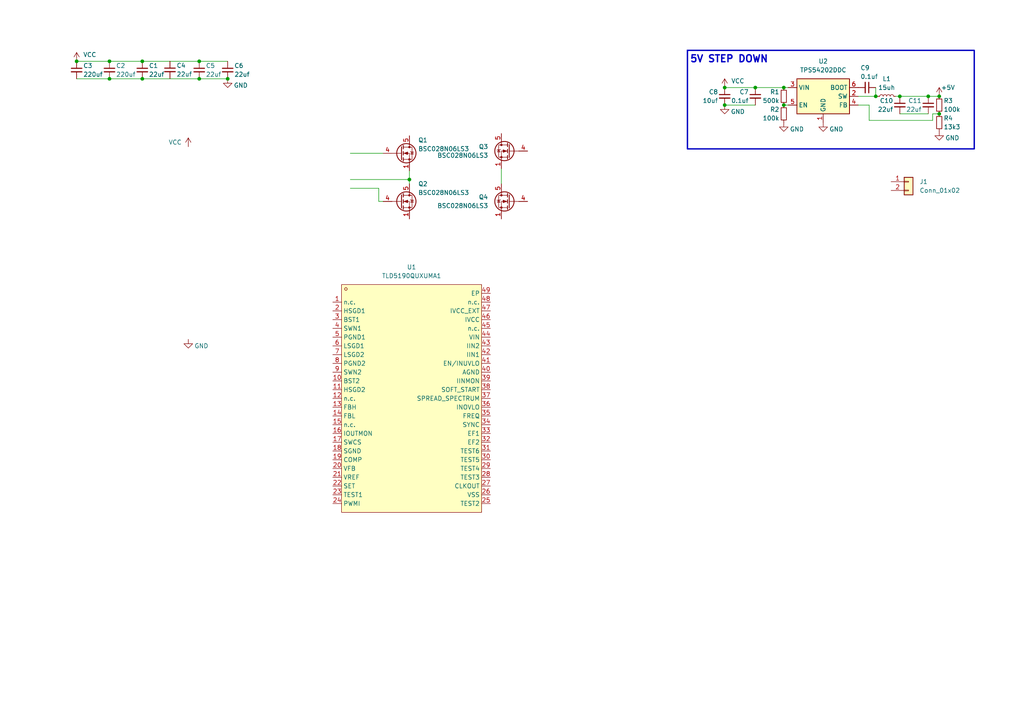
<source format=kicad_sch>
(kicad_sch (version 20230121) (generator eeschema)
  (paper "A4")
  (lib_symbols
    (symbol "C2679175:TLD5190QUXUMA1"
      (property "Reference" "U" (at 0 35.56 0))
      (property "Value" "TLD5190QUXUMA1" (at 0 -35.56 0))
      (symbol "TLD5190QUXUMA1_0_1"
        (rectangle (start -20.32 33.02) (end 20.32 -33.02) (fill (type background)))
        (circle (center -19.05 31.75) (radius 0.38))
        (pin unspecified line (at -22.86 27.94 0) (length 2.54) (name "n.c.") (number "1"))
        (pin unspecified line (at -22.86 5.08 0) (length 2.54) (name "BST2") (number "10"))
        (pin unspecified line (at -22.86 2.54 0) (length 2.54) (name "HSGD2") (number "11"))
        (pin unspecified line (at -22.86 0 0) (length 2.54) (name "n.c.") (number "12"))
        (pin unspecified line (at -22.86 -2.54 0) (length 2.54) (name "FBH") (number "13"))
        (pin unspecified line (at -22.86 -5.08 0) (length 2.54) (name "FBL") (number "14"))
        (pin unspecified line (at -22.86 -7.62 0) (length 2.54) (name "n.c.") (number "15"))
        (pin unspecified line (at -22.86 -10.16 0) (length 2.54) (name "IOUTMON") (number "16"))
        (pin unspecified line (at -22.86 -12.7 0) (length 2.54) (name "SWCS") (number "17"))
        (pin unspecified line (at -22.86 -15.24 0) (length 2.54) (name "SGND") (number "18"))
        (pin unspecified line (at -22.86 -17.78 0) (length 2.54) (name "COMP") (number "19"))
        (pin unspecified line (at -22.86 25.4 0) (length 2.54) (name "HSGD1") (number "2"))
        (pin unspecified line (at -22.86 -20.32 0) (length 2.54) (name "VFB") (number "20"))
        (pin unspecified line (at -22.86 -22.86 0) (length 2.54) (name "VREF") (number "21"))
        (pin unspecified line (at -22.86 -25.4 0) (length 2.54) (name "SET") (number "22"))
        (pin unspecified line (at -22.86 -27.94 0) (length 2.54) (name "TEST1") (number "23"))
        (pin unspecified line (at -22.86 -30.48 0) (length 2.54) (name "PWMI") (number "24"))
        (pin unspecified line (at 22.86 -30.48 180) (length 2.54) (name "TEST2") (number "25"))
        (pin unspecified line (at 22.86 -27.94 180) (length 2.54) (name "VSS") (number "26"))
        (pin unspecified line (at 22.86 -25.4 180) (length 2.54) (name "CLKOUT") (number "27"))
        (pin unspecified line (at 22.86 -22.86 180) (length 2.54) (name "TEST3") (number "28"))
        (pin unspecified line (at 22.86 -20.32 180) (length 2.54) (name "TEST4") (number "29"))
        (pin unspecified line (at -22.86 22.86 0) (length 2.54) (name "BST1") (number "3"))
        (pin unspecified line (at 22.86 -17.78 180) (length 2.54) (name "TEST5") (number "30"))
        (pin unspecified line (at 22.86 -15.24 180) (length 2.54) (name "TEST6") (number "31"))
        (pin unspecified line (at 22.86 -12.7 180) (length 2.54) (name "EF2") (number "32"))
        (pin unspecified line (at 22.86 -10.16 180) (length 2.54) (name "EF1") (number "33"))
        (pin unspecified line (at 22.86 -7.62 180) (length 2.54) (name "SYNC") (number "34"))
        (pin unspecified line (at 22.86 -5.08 180) (length 2.54) (name "FREQ") (number "35"))
        (pin unspecified line (at 22.86 -2.54 180) (length 2.54) (name "INOVLO") (number "36"))
        (pin unspecified line (at 22.86 0 180) (length 2.54) (name "SPREAD_SPECTRUM") (number "37"))
        (pin unspecified line (at 22.86 2.54 180) (length 2.54) (name "SOFT_START") (number "38"))
        (pin unspecified line (at 22.86 5.08 180) (length 2.54) (name "IINMON") (number "39"))
        (pin unspecified line (at -22.86 20.32 0) (length 2.54) (name "SWN1") (number "4"))
        (pin unspecified line (at 22.86 7.62 180) (length 2.54) (name "AGND") (number "40"))
        (pin unspecified line (at 22.86 10.16 180) (length 2.54) (name "EN/INUVLO") (number "41"))
        (pin unspecified line (at 22.86 12.7 180) (length 2.54) (name "IIN1") (number "42"))
        (pin unspecified line (at 22.86 15.24 180) (length 2.54) (name "IIN2") (number "43"))
        (pin unspecified line (at 22.86 17.78 180) (length 2.54) (name "VIN") (number "44"))
        (pin unspecified line (at 22.86 20.32 180) (length 2.54) (name "n.c.") (number "45"))
        (pin unspecified line (at 22.86 22.86 180) (length 2.54) (name "IVCC") (number "46"))
        (pin unspecified line (at 22.86 25.4 180) (length 2.54) (name "IVCC_EXT") (number "47"))
        (pin unspecified line (at 22.86 27.94 180) (length 2.54) (name "n.c.") (number "48"))
        (pin unspecified line (at 22.86 30.48 180) (length 2.54) (name "EP") (number "49"))
        (pin unspecified line (at -22.86 17.78 0) (length 2.54) (name "PGND1") (number "5"))
        (pin unspecified line (at -22.86 15.24 0) (length 2.54) (name "LSGD1") (number "6"))
        (pin unspecified line (at -22.86 12.7 0) (length 2.54) (name "LSGD2") (number "7"))
        (pin unspecified line (at -22.86 10.16 0) (length 2.54) (name "PGND2") (number "8"))
        (pin unspecified line (at -22.86 7.62 0) (length 2.54) (name "SWN2") (number "9"))
      )
    )
    (symbol "Connector_Generic:Conn_01x02" (pin_names (offset 1.016) hide)
      (property "Reference" "J" (at 0 2.54 0))
      (property "Value" "Conn_01x02" (at 0 -5.08 0))
      (symbol "Conn_01x02_1_1"
        (rectangle (start -1.27 -2.413) (end 0 -2.667) (stroke (width 0.1524)))
        (rectangle (start -1.27 0.127) (end 0 -0.127) (stroke (width 0.1524)))
        (rectangle (start -1.27 1.27) (end 1.27 -3.81) (stroke (width 0.254)) (fill (type background)))
        (pin passive line (at -5.08 0 0) (length 3.81) (name "Pin_1") (number "1"))
        (pin passive line (at -5.08 -2.54 0) (length 3.81) (name "Pin_2") (number "2"))
      )
    )
    (symbol "Device:C_Small" (pin_numbers hide) (pin_names (offset 0.254) hide)
      (property "Reference" "C" (at 0.254 1.778 0))
      (property "Value" "C_Small" (at 0.254 -2.032 0))
      (symbol "C_Small_0_1"
        (polyline (pts (xy -1.524 -0.508) (xy 1.524 -0.508)) (stroke (width 0.3302)))
        (polyline (pts (xy -1.524 0.508) (xy 1.524 0.508)) (stroke (width 0.3048)))
      )
      (symbol "C_Small_1_1"
        (pin passive line (at 0 2.54 270) (length 2.032) (name "~") (number "1"))
        (pin passive line (at 0 -2.54 90) (length 2.032) (name "~") (number "2"))
      )
    )
    (symbol "Device:L_Small" (pin_numbers hide) (pin_names (offset 0.254) hide)
      (property "Reference" "L" (at 0.762 1.016 0))
      (property "Value" "L_Small" (at 0.762 -1.016 0))
      (symbol "L_Small_0_1"
        (arc (start 0 -2.032) (mid 0.5058 -1.524) (end 0 -1.016))
        (arc (start 0 -1.016) (mid 0.5058 -0.508) (end 0 0))
        (arc (start 0 0) (mid 0.5058 0.508) (end 0 1.016))
        (arc (start 0 1.016) (mid 0.5058 1.524) (end 0 2.032))
      )
      (symbol "L_Small_1_1"
        (pin passive line (at 0 2.54 270) (length 0.508) (name "~") (number "1"))
        (pin passive line (at 0 -2.54 90) (length 0.508) (name "~") (number "2"))
      )
    )
    (symbol "Device:R_Small" (pin_numbers hide) (pin_names (offset 0.254) hide)
      (property "Reference" "R" (at 0.762 0.508 0))
      (property "Value" "R_Small" (at 0.762 -1.016 0))
      (symbol "R_Small_0_1"
        (rectangle (start -0.762 1.778) (end 0.762 -1.778) (stroke (width 0.2032)))
      )
      (symbol "R_Small_1_1"
        (pin passive line (at 0 2.54 270) (length 0.762) (name "~") (number "1"))
        (pin passive line (at 0 -2.54 90) (length 0.762) (name "~") (number "2"))
      )
    )
    (symbol "Regulator_Switching:TPS54202DDC"
      (property "Reference" "U" (at -7.62 6.35 0))
      (property "Value" "TPS54202DDC" (at 0 6.35 0))
      (symbol "TPS54202DDC_0_1"
        (rectangle (start -7.62 5.08) (end 7.62 -5.08) (stroke (width 0.254)) (fill (type background)))
      )
      (symbol "TPS54202DDC_1_1"
        (pin power_in line (at 0 -7.62 90) (length 2.54) (name "GND") (number "1"))
        (pin power_out line (at 10.16 0 180) (length 2.54) (name "SW") (number "2"))
        (pin power_in line (at -10.16 2.54 0) (length 2.54) (name "VIN") (number "3"))
        (pin input line (at 10.16 -2.54 180) (length 2.54) (name "FB") (number "4"))
        (pin input line (at -10.16 -2.54 0) (length 2.54) (name "EN") (number "5"))
        (pin passive line (at 10.16 2.54 180) (length 2.54) (name "BOOT") (number "6"))
      )
    )
    (symbol "Transistor_FET:BSC028N06LS3" (pin_names hide)
      (property "Reference" "Q" (at 5.08 1.905 0))
      (property "Value" "BSC028N06LS3" (at 5.08 0 0))
      (symbol "BSC028N06LS3_0_1"
        (polyline (pts (xy 0.254 0) (xy -2.54 0)))
        (polyline (pts (xy 0.254 1.905) (xy 0.254 -1.905)) (stroke (width 0.254)))
        (polyline (pts (xy 0.762 -1.27) (xy 0.762 -2.286)) (stroke (width 0.254)))
        (polyline (pts (xy 0.762 0.508) (xy 0.762 -0.508)) (stroke (width 0.254)))
        (polyline (pts (xy 0.762 2.286) (xy 0.762 1.27)) (stroke (width 0.254)))
        (polyline (pts (xy 2.54 2.54) (xy 2.54 1.778)))
        (polyline (pts (xy 2.54 -2.54) (xy 2.54 0) (xy 0.762 0)))
        (polyline (pts (xy 0.762 -1.778) (xy 3.302 -1.778) (xy 3.302 1.778) (xy 0.762 1.778)))
        (polyline (pts (xy 1.016 0) (xy 2.032 0.381) (xy 2.032 -0.381) (xy 1.016 0)) (fill (type outline)))
        (polyline (pts (xy 2.794 0.508) (xy 2.921 0.381) (xy 3.683 0.381) (xy 3.81 0.254)))
        (polyline (pts (xy 3.302 0.381) (xy 2.921 -0.254) (xy 3.683 -0.254) (xy 3.302 0.381)))
        (circle (center 1.651 0) (radius 2.794) (stroke (width 0.254)))
        (circle (center 2.54 -1.778) (radius 0.254) (fill (type outline)))
        (circle (center 2.54 1.778) (radius 0.254) (fill (type outline)))
      )
      (symbol "BSC028N06LS3_1_1"
        (pin passive line (at 2.54 -5.08 90) (length 2.54) (name "S") (number "1"))
        (pin passive line (at 2.54 -5.08 90) (length 2.54) hide (name "S") (number "2"))
        (pin passive line (at 2.54 -5.08 90) (length 2.54) hide (name "S") (number "3"))
        (pin passive line (at -5.08 0 0) (length 2.54) (name "G") (number "4"))
        (pin passive line (at 2.54 5.08 270) (length 2.54) (name "D") (number "5"))
      )
    )
    (symbol "power:+5V" (power) (pin_names (offset 0))
      (property "Value" "+5V" (at 0 3.556 0))
      (symbol "+5V_0_1"
        (polyline (pts (xy -0.762 1.27) (xy 0 2.54)))
        (polyline (pts (xy 0 0) (xy 0 2.54)))
        (polyline (pts (xy 0 2.54) (xy 0.762 1.27)))
      )
      (symbol "+5V_1_1"
        (pin power_in line (at 0 0 90) (length 0) hide (name "+5V") (number "1"))
      )
    )
    (symbol "power:GND" (power) (pin_names (offset 0))
      (property "Value" "GND" (at 0 -3.81 0))
      (symbol "GND_0_1"
        (polyline (pts (xy 0 0) (xy 0 -1.27) (xy 1.27 -1.27) (xy 0 -2.54) (xy -1.27 -1.27) (xy 0 -1.27)))
      )
      (symbol "GND_1_1"
        (pin power_in line (at 0 0 270) (length 0) hide (name "GND") (number "1"))
      )
    )
    (symbol "power:VCC" (power) (pin_names (offset 0))
      (property "Value" "VCC" (at 0 3.81 0))
      (symbol "VCC_0_1"
        (polyline (pts (xy -0.762 1.27) (xy 0 2.54)))
        (polyline (pts (xy 0 0) (xy 0 2.54)))
        (polyline (pts (xy 0 2.54) (xy 0.762 1.27)))
      )
      (symbol "VCC_1_1"
        (pin power_in line (at 0 0 90) (length 0) hide (name "VCC") (number "1"))
      )
    )
  )
  (junction (at 31.75 22.86))
  (junction (at 219.075 25.4))
  (junction (at 210.185 25.4))
  (junction (at 260.985 27.94))
  (junction (at 57.785 17.78))
  (junction (at 272.415 33.02))
  (junction (at 66.04 22.86))
  (junction (at 227.33 25.4))
  (junction (at 272.415 27.94))
  (junction (at 118.745 52.07))
  (junction (at 227.33 30.48))
  (junction (at 22.225 17.78))
  (junction (at 210.185 30.48))
  (junction (at 254 27.94))
  (junction (at 269.24 27.94))
  (junction (at 41.275 22.86))
  (junction (at 57.785 22.86))
  (junction (at 41.275 17.78))
  (junction (at 31.75 17.78))
  (wire (pts (xy 259.715 27.94) (xy 260.985 27.94)))
  (wire (pts (xy 210.185 30.48) (xy 219.075 30.48)))
  (wire (pts (xy 109.855 58.42) (xy 111.125 58.42)))
  (wire (pts (xy 260.985 33.02) (xy 269.24 33.02)))
  (wire (pts (xy 57.785 17.78) (xy 66.04 17.78)))
  (wire (pts (xy 254 25.4) (xy 254 27.94)))
  (wire (pts (xy 254 27.94) (xy 254.635 27.94)))
  (wire (pts (xy 22.225 22.86) (xy 31.75 22.86)))
  (wire (pts (xy 41.275 22.86) (xy 57.785 22.86)))
  (wire (pts (xy 227.33 25.4) (xy 228.6 25.4)))
  (wire (pts (xy 210.185 25.4) (xy 219.075 25.4)))
  (wire (pts (xy 252.095 30.48) (xy 252.095 34.925)))
  (wire (pts (xy 219.075 25.4) (xy 227.33 25.4)))
  (wire (pts (xy 269.24 27.94) (xy 272.415 27.94)))
  (wire (pts (xy 41.275 17.78) (xy 57.785 17.78)))
  (wire (pts (xy 248.92 30.48) (xy 252.095 30.48)))
  (wire (pts (xy 22.225 17.78) (xy 31.75 17.78)))
  (wire (pts (xy 101.6 52.07) (xy 118.745 52.07)))
  (wire (pts (xy 57.785 22.86) (xy 66.04 22.86)))
  (wire (pts (xy 101.6 54.61) (xy 109.855 54.61)))
  (wire (pts (xy 31.75 17.78) (xy 41.275 17.78)))
  (wire (pts (xy 252.095 34.925) (xy 270.51 34.925)))
  (wire (pts (xy 31.75 22.86) (xy 41.275 22.86)))
  (wire (pts (xy 109.855 54.61) (xy 109.855 58.42)))
  (wire (pts (xy 145.415 48.895) (xy 145.415 53.34)))
  (wire (pts (xy 118.745 49.53) (xy 118.745 52.07)))
  (wire (pts (xy 260.985 27.94) (xy 269.24 27.94)))
  (wire (pts (xy 118.745 52.07) (xy 118.745 53.34)))
  (wire (pts (xy 248.92 27.94) (xy 254 27.94)))
  (wire (pts (xy 101.6 44.45) (xy 111.125 44.45)))
  (wire (pts (xy 270.51 33.02) (xy 272.415 33.02)))
  (wire (pts (xy 270.51 34.925) (xy 270.51 33.02)))
  (wire (pts (xy 227.33 30.48) (xy 228.6 30.48)))
  (rectangle (start 199.39 14.605) (end 282.575 43.18) (stroke (width 0.4)))
  (text "5V STEP DOWN" (at 200.025 18.415 0) (effects (font (size 2 2) (thickness 0.4) bold) (justify left bottom)))
  (symbol (lib_id "Device:C_Small") (at 41.275 20.32 0) (unit 1)
    (property "Reference" "C1" (at 43.18 19.05 0) (effects (justify left)))
    (property "Value" "22uf" (at 43.18 21.59 0) (effects (justify left)))
  )
  (symbol (lib_id "Device:C_Small") (at 260.985 30.48 0) (mirror y) (unit 1)
    (property "Reference" "C10" (at 259.08 29.21 0) (effects (justify left)))
    (property "Value" "22uf" (at 259.08 31.75 0) (effects (justify left)))
  )
  (symbol (lib_id "C2679175:TLD5190QUXUMA1") (at 119.38 115.57 0) (unit 1)
    (property "Reference" "U1" (at 119.38 77.47 0))
    (property "Value" "TLD5190QUXUMA1" (at 119.38 80.01 0))
    (property "Footprint" ":TQFP-48_L7.0-W7.0-P0.50-LS9.0-BL-EP" (effects hide))
    (property "LCSC Part" "C2679175" (effects hide))
  )
  (symbol (lib_id "power:VCC") (at 22.225 17.78 0) (unit 1)
    (property "Reference" "#PWR03" (effects hide))
    (property "Value" "VCC" (at 26.035 15.875 0))
  )
  (symbol (lib_id "power:GND") (at 238.76 35.56 0) (unit 1)
    (property "Reference" "#PWR05" (effects hide))
    (property "Value" "GND" (at 242.57 37.465 0))
  )
  (symbol (lib_id "Device:R_Small") (at 227.33 27.94 0) (unit 1)
    (property "Reference" "R1" (at 226.06 26.67 0) (effects (justify right)))
    (property "Value" "500k" (at 226.06 29.21 0) (effects (justify right)))
  )
  (symbol (lib_id "Device:R_Small") (at 272.415 35.56 0) (mirror y) (unit 1)
    (property "Reference" "R4" (at 273.685 34.29 0) (effects (justify right)))
    (property "Value" "13k3" (at 273.685 36.83 0) (effects (justify right)))
  )
  (symbol (lib_id "Device:L_Small") (at 257.175 27.94 90) (unit 1)
    (property "Reference" "L1" (at 257.175 22.86 90))
    (property "Value" "15uh" (at 257.175 25.4 90))
  )
  (symbol (lib_id "Transistor_FET:BSC028N06LS3") (at 116.205 58.42 0) (unit 1)
    (property "Reference" "Q2" (at 121.285 53.34 0) (effects (justify left)))
    (property "Value" "BSC028N06LS3" (at 121.285 55.88 0) (effects (justify left)))
    (property "Footprint" "Package_TO_SOT_SMD:TDSON-8-1" (effects hide))
    (property "Datasheet" "http://www.infineon.com/dgdl/Infineon-BSC028N06LS3-DS-v02_02-en.pdf?fileId=db3a30431ddc9372011ebafa4c607f8c" (effects hide))
  )
  (symbol (lib_id "Device:C_Small") (at 210.185 27.94 0) (mirror y) (unit 1)
    (property "Reference" "C8" (at 208.28 26.67 0) (effects (justify left)))
    (property "Value" "10uf" (at 208.28 29.21 0) (effects (justify left)))
  )
  (symbol (lib_id "power:VCC") (at 54.61 42.545 0) (unit 1)
    (property "Reference" "#PWR02" (effects hide))
    (property "Value" "VCC" (at 50.8 41.275 0))
  )
  (symbol (lib_id "Device:C_Small") (at 219.075 27.94 0) (mirror y) (unit 1)
    (property "Reference" "C7" (at 217.17 26.67 0) (effects (justify left)))
    (property "Value" "0.1uf" (at 217.17 29.21 0) (effects (justify left)))
  )
  (symbol (lib_id "Transistor_FET:BSC028N06LS3") (at 147.955 43.815 0) (mirror y) (unit 1)
    (property "Reference" "Q3" (at 141.605 42.545 0) (effects (justify left)))
    (property "Value" "BSC028N06LS3" (at 141.605 45.085 0) (effects (justify left)))
    (property "Footprint" "Package_TO_SOT_SMD:TDSON-8-1" (effects hide))
    (property "Datasheet" "http://www.infineon.com/dgdl/Infineon-BSC028N06LS3-DS-v02_02-en.pdf?fileId=db3a30431ddc9372011ebafa4c607f8c" (effects hide))
  )
  (symbol (lib_id "Device:C_Small") (at 57.785 20.32 0) (unit 1)
    (property "Reference" "C5" (at 59.69 19.05 0) (effects (justify left)))
    (property "Value" "22uf" (at 59.69 21.59 0) (effects (justify left)))
  )
  (symbol (lib_id "Device:C_Small") (at 269.24 30.48 0) (mirror y) (unit 1)
    (property "Reference" "C11" (at 267.335 29.21 0) (effects (justify left)))
    (property "Value" "22uf" (at 267.335 31.75 0) (effects (justify left)))
  )
  (symbol (lib_id "Transistor_FET:BSC028N06LS3") (at 147.955 58.42 0) (mirror y) (unit 1)
    (property "Reference" "Q4" (at 141.605 57.15 0) (effects (justify left)))
    (property "Value" "BSC028N06LS3" (at 141.605 59.69 0) (effects (justify left)))
    (property "Footprint" "Package_TO_SOT_SMD:TDSON-8-1" (effects hide))
    (property "Datasheet" "http://www.infineon.com/dgdl/Infineon-BSC028N06LS3-DS-v02_02-en.pdf?fileId=db3a30431ddc9372011ebafa4c607f8c" (effects hide))
  )
  (symbol (lib_id "power:+5V") (at 272.415 27.94 0) (unit 1)
    (property "Reference" "#PWR010" (effects hide))
    (property "Value" "+5V" (at 274.955 25.4 0))
  )
  (symbol (lib_id "power:GND") (at 227.33 35.56 0) (unit 1)
    (property "Reference" "#PWR07" (effects hide))
    (property "Value" "GND" (at 231.14 37.465 0))
  )
  (symbol (lib_id "Device:R_Small") (at 272.415 30.48 0) (mirror y) (unit 1)
    (property "Reference" "R3" (at 273.685 29.21 0) (effects (justify right)))
    (property "Value" "100k" (at 273.685 31.75 0) (effects (justify right)))
  )
  (symbol (lib_id "power:GND") (at 272.415 38.1 0) (unit 1)
    (property "Reference" "#PWR08" (effects hide))
    (property "Value" "GND" (at 276.225 40.005 0))
  )
  (symbol (lib_id "Transistor_FET:BSC028N06LS3") (at 116.205 44.45 0) (unit 1)
    (property "Reference" "Q1" (at 121.285 40.64 0) (effects (justify left)))
    (property "Value" "BSC028N06LS3" (at 121.285 43.18 0) (effects (justify left)))
    (property "Footprint" "Package_TO_SOT_SMD:TDSON-8-1" (effects hide))
    (property "Datasheet" "http://www.infineon.com/dgdl/Infineon-BSC028N06LS3-DS-v02_02-en.pdf?fileId=db3a30431ddc9372011ebafa4c607f8c" (effects hide))
  )
  (symbol (lib_id "Device:C_Small") (at 31.75 20.32 0) (unit 1)
    (property "Reference" "C2" (at 33.655 19.05 0) (effects (justify left)))
    (property "Value" "220uf" (at 33.655 21.59 0) (effects (justify left)))
  )
  (symbol (lib_id "power:GND") (at 66.04 22.86 0) (unit 1)
    (property "Reference" "#PWR04" (effects hide))
    (property "Value" "GND" (at 69.85 24.765 0))
  )
  (symbol (lib_id "Device:C_Small") (at 49.2941 20.2748 0) (unit 1)
    (property "Reference" "C4" (at 51.1991 19.0048 0) (effects (justify left)))
    (property "Value" "22uf" (at 51.1991 21.5448 0) (effects (justify left)))
  )
  (symbol (lib_id "Regulator_Switching:TPS54202DDC") (at 238.76 27.94 0) (unit 1)
    (property "Reference" "U2" (at 238.76 17.78 0))
    (property "Value" "TPS54202DDC" (at 238.76 20.32 0))
    (property "Footprint" "Package_TO_SOT_SMD:SOT-23-6" (effects hide))
    (property "Datasheet" "http://www.ti.com/lit/ds/symlink/tps54202.pdf" (effects hide))
  )
  (symbol (lib_id "Device:C_Small") (at 66.04 20.32 0) (unit 1)
    (property "Reference" "C6" (at 67.945 19.05 0) (effects (justify left)))
    (property "Value" "22uf" (at 67.945 21.59 0) (effects (justify left)))
  )
  (symbol (lib_id "Device:C_Small") (at 22.225 20.32 0) (unit 1)
    (property "Reference" "C3" (at 24.13 19.05 0) (effects (justify left)))
    (property "Value" "220uf" (at 24.13 21.59 0) (effects (justify left)))
  )
  (symbol (lib_id "power:GND") (at 210.185 30.48 0) (unit 1)
    (property "Reference" "#PWR06" (effects hide))
    (property "Value" "GND" (at 213.995 32.385 0))
  )
  (symbol (lib_id "Device:C_Small") (at 251.46 25.4 270) (mirror x) (unit 1)
    (property "Reference" "C9" (at 249.555 19.685 90) (effects (justify left)))
    (property "Value" "0.1uf" (at 249.555 22.225 90) (effects (justify left)))
  )
  (symbol (lib_id "Device:R_Small") (at 227.33 33.02 0) (unit 1)
    (property "Reference" "R2" (at 226.06 31.75 0) (effects (justify right)))
    (property "Value" "100k" (at 226.06 34.29 0) (effects (justify right)))
  )
  (symbol (lib_id "power:GND") (at 54.61 98.425 0) (unit 1)
    (property "Reference" "#PWR01" (effects hide))
    (property "Value" "GND" (at 58.42 100.33 0))
  )
  (symbol (lib_id "power:VCC") (at 210.185 25.4 0) (unit 1)
    (property "Reference" "#PWR09" (effects hide))
    (property "Value" "VCC" (at 213.995 23.495 0))
  )
  (symbol (lib_id "Connector_Generic:Conn_01x02") (at 263.525 52.705 0) (unit 1)
    (property "Reference" "J1" (at 266.7 52.705 0) (effects (justify left)))
    (property "Value" "Conn_01x02" (at 266.7 55.245 0) (effects (justify left)))
    (property "Footprint" "Connector_AMASS:AMASS_XT60PW-M_1x02_P7.20mm_Horizontal" (effects hide))
  )
)
</source>
